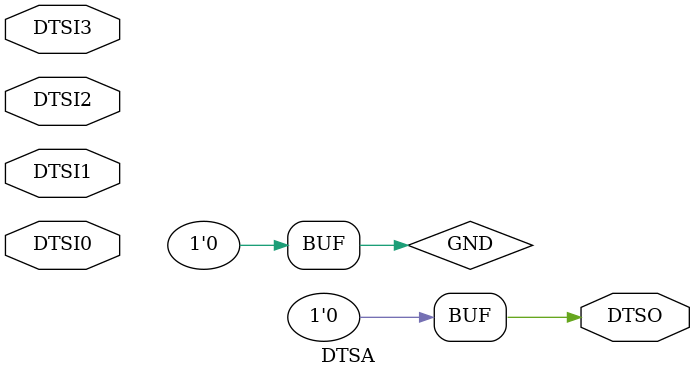
<source format=v>
`resetall
`timescale 1 ns / 1 ps

`celldefine

module DTSA (DTSI3, DTSI2, DTSI1, DTSI0, DTSO);
  input DTSI3, DTSI2, DTSI1, DTSI0;
  output DTSO;

  supply0 GND;
  buf (DTSO, GND);

endmodule

`endcelldefine

</source>
